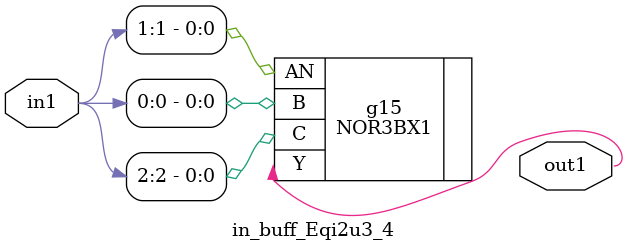
<source format=v>
`timescale 1ps / 1ps


module in_buff_Eqi2u3_4(in1, out1);
  input [2:0] in1;
  output out1;
  wire [2:0] in1;
  wire out1;
  NOR3BX1 g15(.AN (in1[1]), .B (in1[0]), .C (in1[2]), .Y (out1));
endmodule



</source>
